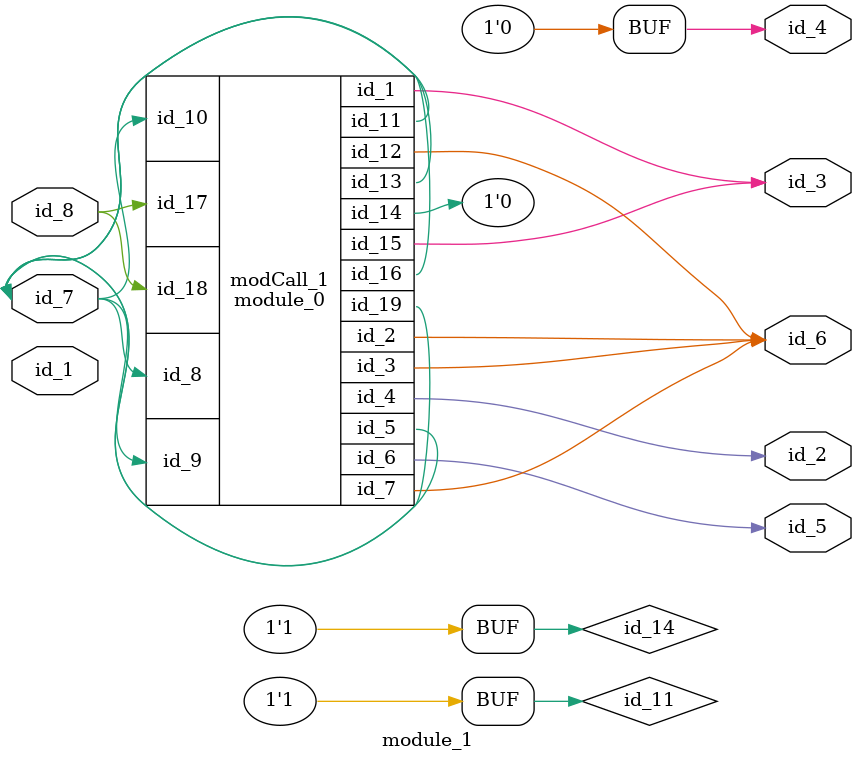
<source format=v>
module module_0 (
    id_1,
    id_2,
    id_3,
    id_4,
    id_5,
    id_6,
    id_7,
    id_8,
    id_9,
    id_10,
    id_11,
    id_12,
    id_13,
    id_14,
    id_15,
    id_16,
    id_17,
    id_18,
    id_19
);
  inout wire id_19;
  input wire id_18;
  input wire id_17;
  inout wire id_16;
  output wire id_15;
  output wire id_14;
  inout wire id_13;
  output wire id_12;
  inout wire id_11;
  input wire id_10;
  input wire id_9;
  input wire id_8;
  output wire id_7;
  output wire id_6;
  output wire id_5;
  output wire id_4;
  output wire id_3;
  output wire id_2;
  output wire id_1;
  assign id_3 = id_16;
  wire id_20, id_21 = id_11;
  assign module_1.id_13 = 0;
  wire id_22 = id_10, id_23 = !-1;
  wire id_24;
  wire id_25;
endmodule
module module_1 (
    id_1,
    id_2,
    id_3,
    id_4,
    id_5,
    id_6,
    id_7,
    id_8
);
  input wire id_8;
  inout wire id_7;
  output wire id_6;
  output wire id_5;
  output wire id_4;
  output wire id_3;
  output wire id_2;
  input wire id_1;
  module_0 modCall_1 (
      id_3,
      id_6,
      id_6,
      id_2,
      id_7,
      id_5,
      id_6,
      id_7,
      id_7,
      id_7,
      id_7,
      id_6,
      id_7,
      id_4,
      id_3,
      id_7,
      id_8,
      id_8,
      id_7
  );
  parameter id_9 = id_1;
  wire id_10, id_11 = 1, id_12, id_13, id_14;
  wire id_15;
  assign id_4 = 1 - -1;
  wire id_16;
  assign id_14 = 1;
  wire id_17;
  wire id_18, id_19;
endmodule

</source>
